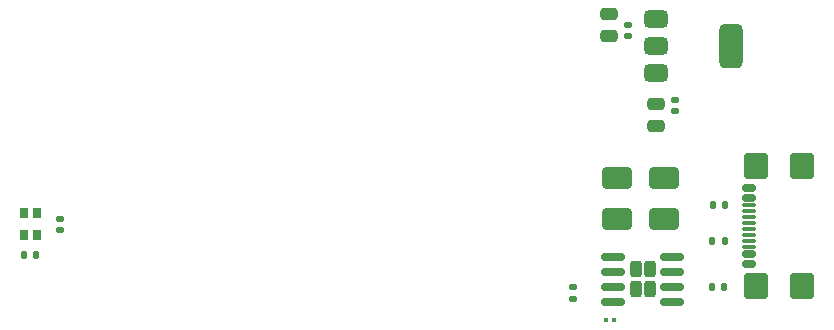
<source format=gbr>
%TF.GenerationSoftware,KiCad,Pcbnew,9.0.2*%
%TF.CreationDate,2025-06-14T23:39:35+05:30*%
%TF.ProjectId,ir hub,69722068-7562-42e6-9b69-6361645f7063,rev?*%
%TF.SameCoordinates,Original*%
%TF.FileFunction,Paste,Top*%
%TF.FilePolarity,Positive*%
%FSLAX46Y46*%
G04 Gerber Fmt 4.6, Leading zero omitted, Abs format (unit mm)*
G04 Created by KiCad (PCBNEW 9.0.2) date 2025-06-14 23:39:35*
%MOMM*%
%LPD*%
G01*
G04 APERTURE LIST*
G04 Aperture macros list*
%AMRoundRect*
0 Rectangle with rounded corners*
0 $1 Rounding radius*
0 $2 $3 $4 $5 $6 $7 $8 $9 X,Y pos of 4 corners*
0 Add a 4 corners polygon primitive as box body*
4,1,4,$2,$3,$4,$5,$6,$7,$8,$9,$2,$3,0*
0 Add four circle primitives for the rounded corners*
1,1,$1+$1,$2,$3*
1,1,$1+$1,$4,$5*
1,1,$1+$1,$6,$7*
1,1,$1+$1,$8,$9*
0 Add four rect primitives between the rounded corners*
20,1,$1+$1,$2,$3,$4,$5,0*
20,1,$1+$1,$4,$5,$6,$7,0*
20,1,$1+$1,$6,$7,$8,$9,0*
20,1,$1+$1,$8,$9,$2,$3,0*%
G04 Aperture macros list end*
%ADD10RoundRect,0.135000X0.185000X-0.135000X0.185000X0.135000X-0.185000X0.135000X-0.185000X-0.135000X0*%
%ADD11RoundRect,0.140000X0.170000X-0.140000X0.170000X0.140000X-0.170000X0.140000X-0.170000X-0.140000X0*%
%ADD12RoundRect,0.135000X-0.135000X-0.185000X0.135000X-0.185000X0.135000X0.185000X-0.135000X0.185000X0*%
%ADD13RoundRect,0.140000X-0.170000X0.140000X-0.170000X-0.140000X0.170000X-0.140000X0.170000X0.140000X0*%
%ADD14RoundRect,0.250000X0.475000X-0.250000X0.475000X0.250000X-0.475000X0.250000X-0.475000X-0.250000X0*%
%ADD15RoundRect,0.135000X0.135000X0.185000X-0.135000X0.185000X-0.135000X-0.185000X0.135000X-0.185000X0*%
%ADD16RoundRect,0.250000X-0.475000X0.250000X-0.475000X-0.250000X0.475000X-0.250000X0.475000X0.250000X0*%
%ADD17RoundRect,0.150000X0.425000X-0.150000X0.425000X0.150000X-0.425000X0.150000X-0.425000X-0.150000X0*%
%ADD18RoundRect,0.075000X0.500000X-0.075000X0.500000X0.075000X-0.500000X0.075000X-0.500000X-0.075000X0*%
%ADD19RoundRect,0.250000X0.750000X-0.840000X0.750000X0.840000X-0.750000X0.840000X-0.750000X-0.840000X0*%
%ADD20RoundRect,0.079500X-0.079500X-0.100500X0.079500X-0.100500X0.079500X0.100500X-0.079500X0.100500X0*%
%ADD21RoundRect,0.250000X-1.000000X-0.650000X1.000000X-0.650000X1.000000X0.650000X-1.000000X0.650000X0*%
%ADD22R,0.700000X0.900000*%
%ADD23RoundRect,0.250000X0.255000X0.440000X-0.255000X0.440000X-0.255000X-0.440000X0.255000X-0.440000X0*%
%ADD24RoundRect,0.150000X0.825000X0.150000X-0.825000X0.150000X-0.825000X-0.150000X0.825000X-0.150000X0*%
%ADD25RoundRect,0.375000X-0.625000X-0.375000X0.625000X-0.375000X0.625000X0.375000X-0.625000X0.375000X0*%
%ADD26RoundRect,0.500000X-0.500000X-1.400000X0.500000X-1.400000X0.500000X1.400000X-0.500000X1.400000X0*%
G04 APERTURE END LIST*
D10*
%TO.C,R4*%
X167319600Y-91059200D03*
X167319600Y-90039200D03*
%TD*%
D11*
%TO.C,C5*%
X123843300Y-85236400D03*
X123843300Y-84276400D03*
%TD*%
D12*
%TO.C,R2*%
X179110900Y-86151400D03*
X180130900Y-86151400D03*
%TD*%
D13*
%TO.C,C3*%
X175925300Y-74243200D03*
X175925300Y-75203200D03*
%TD*%
D14*
%TO.C,C4*%
X170385100Y-68857100D03*
X170385100Y-66957100D03*
%TD*%
D12*
%TO.C,R3*%
X179127700Y-83160500D03*
X180147700Y-83160500D03*
%TD*%
D15*
%TO.C,R6*%
X180127100Y-90034500D03*
X179107100Y-90034500D03*
%TD*%
D16*
%TO.C,C2*%
X174293400Y-74568400D03*
X174293400Y-76468400D03*
%TD*%
D17*
%TO.C,J1*%
X182191300Y-88108400D03*
X182191300Y-87308400D03*
D18*
X182191301Y-86158400D03*
X182191299Y-85158401D03*
X182191299Y-84658399D03*
X182191300Y-83658399D03*
D17*
X182191299Y-82508399D03*
X182191299Y-81708400D03*
X182191299Y-81708400D03*
X182191299Y-82508399D03*
D18*
X182191300Y-83158400D03*
X182191301Y-84158400D03*
X182191300Y-85658400D03*
X182191301Y-86658400D03*
D17*
X182191300Y-87308400D03*
X182191300Y-88108400D03*
D19*
X186696299Y-90018401D03*
X182766300Y-90018399D03*
X182766300Y-79798400D03*
X186696300Y-79798400D03*
%TD*%
D20*
%TO.C,D1*%
X170066800Y-92866100D03*
X170756800Y-92866100D03*
%TD*%
D21*
%TO.C,D3*%
X170999100Y-84328500D03*
X174999100Y-84328500D03*
%TD*%
D22*
%TO.C,D4*%
X121920000Y-83820000D03*
X120820000Y-83820000D03*
X120820000Y-85650000D03*
X121920000Y-85650000D03*
%TD*%
D23*
%TO.C,U3*%
X173802700Y-90232800D03*
X173802700Y-88582800D03*
X172602700Y-90232800D03*
X172602700Y-88582800D03*
D24*
X175677700Y-91312800D03*
X175677700Y-90042800D03*
X175677700Y-88772800D03*
X175677700Y-87502800D03*
X170727700Y-87502800D03*
X170727700Y-88772800D03*
X170727700Y-90042800D03*
X170727700Y-91312800D03*
%TD*%
D25*
%TO.C,U4*%
X174349000Y-67378600D03*
X174349000Y-69678600D03*
D26*
X180649000Y-69678600D03*
D25*
X174349000Y-71978600D03*
%TD*%
D12*
%TO.C,R7*%
X120819900Y-87361700D03*
X121839900Y-87361700D03*
%TD*%
D11*
%TO.C,C6*%
X171982800Y-68844800D03*
X171982800Y-67884800D03*
%TD*%
D21*
%TO.C,D2*%
X171004100Y-80810700D03*
X175004100Y-80810700D03*
%TD*%
M02*

</source>
